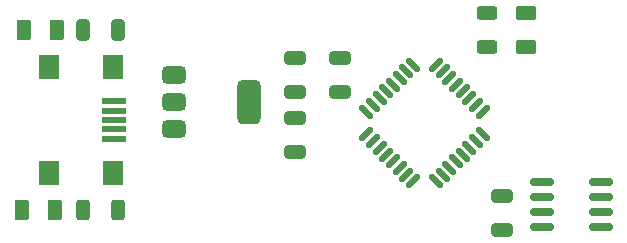
<source format=gtp>
G04 #@! TF.GenerationSoftware,KiCad,Pcbnew,8.0.3*
G04 #@! TF.CreationDate,2024-06-24T13:25:15+02:00*
G04 #@! TF.ProjectId,LimbusZero,4c696d62-7573-45a6-9572-6f2e6b696361,v.0.1*
G04 #@! TF.SameCoordinates,Original*
G04 #@! TF.FileFunction,Paste,Top*
G04 #@! TF.FilePolarity,Positive*
%FSLAX46Y46*%
G04 Gerber Fmt 4.6, Leading zero omitted, Abs format (unit mm)*
G04 Created by KiCad (PCBNEW 8.0.3) date 2024-06-24 13:25:15*
%MOMM*%
%LPD*%
G01*
G04 APERTURE LIST*
G04 Aperture macros list*
%AMRoundRect*
0 Rectangle with rounded corners*
0 $1 Rounding radius*
0 $2 $3 $4 $5 $6 $7 $8 $9 X,Y pos of 4 corners*
0 Add a 4 corners polygon primitive as box body*
4,1,4,$2,$3,$4,$5,$6,$7,$8,$9,$2,$3,0*
0 Add four circle primitives for the rounded corners*
1,1,$1+$1,$2,$3*
1,1,$1+$1,$4,$5*
1,1,$1+$1,$6,$7*
1,1,$1+$1,$8,$9*
0 Add four rect primitives between the rounded corners*
20,1,$1+$1,$2,$3,$4,$5,0*
20,1,$1+$1,$4,$5,$6,$7,0*
20,1,$1+$1,$6,$7,$8,$9,0*
20,1,$1+$1,$8,$9,$2,$3,0*%
G04 Aperture macros list end*
%ADD10RoundRect,0.250000X-0.625000X0.312500X-0.625000X-0.312500X0.625000X-0.312500X0.625000X0.312500X0*%
%ADD11RoundRect,0.250000X-0.375000X-0.625000X0.375000X-0.625000X0.375000X0.625000X-0.375000X0.625000X0*%
%ADD12RoundRect,0.250000X-0.650000X0.325000X-0.650000X-0.325000X0.650000X-0.325000X0.650000X0.325000X0*%
%ADD13R,2.000000X0.500000*%
%ADD14R,1.700000X2.000000*%
%ADD15RoundRect,0.250000X0.625000X-0.375000X0.625000X0.375000X-0.625000X0.375000X-0.625000X-0.375000X0*%
%ADD16RoundRect,0.375000X-0.625000X-0.375000X0.625000X-0.375000X0.625000X0.375000X-0.625000X0.375000X0*%
%ADD17RoundRect,0.500000X-0.500000X-1.400000X0.500000X-1.400000X0.500000X1.400000X-0.500000X1.400000X0*%
%ADD18RoundRect,0.250000X0.375000X0.625000X-0.375000X0.625000X-0.375000X-0.625000X0.375000X-0.625000X0*%
%ADD19RoundRect,0.150000X0.825000X0.150000X-0.825000X0.150000X-0.825000X-0.150000X0.825000X-0.150000X0*%
%ADD20RoundRect,0.250000X-0.325000X-0.650000X0.325000X-0.650000X0.325000X0.650000X-0.325000X0.650000X0*%
%ADD21RoundRect,0.125000X-0.530330X0.353553X0.353553X-0.530330X0.530330X-0.353553X-0.353553X0.530330X0*%
%ADD22RoundRect,0.125000X-0.530330X-0.353553X-0.353553X-0.530330X0.530330X0.353553X0.353553X0.530330X0*%
%ADD23RoundRect,0.250000X-0.312500X-0.625000X0.312500X-0.625000X0.312500X0.625000X-0.312500X0.625000X0*%
G04 APERTURE END LIST*
D10*
X121666000Y-65847500D03*
X121666000Y-68772500D03*
D11*
X82290002Y-82550000D03*
X85090000Y-82550000D03*
D12*
X105410000Y-74724999D03*
X105410000Y-77675001D03*
X105410000Y-69644999D03*
X105410000Y-72595001D03*
D13*
X90076000Y-73330000D03*
X90076000Y-74130000D03*
X90076000Y-74930000D03*
X90076000Y-75730000D03*
X90076000Y-76530000D03*
D14*
X89976000Y-70480000D03*
X84526000Y-70480000D03*
X89976000Y-79380000D03*
X84526000Y-79380000D03*
D15*
X124968000Y-68709999D03*
X124968000Y-65910001D03*
D16*
X95148000Y-71106000D03*
X95148001Y-73406000D03*
D17*
X101447999Y-73406000D03*
D16*
X95148000Y-75706000D03*
D18*
X85219999Y-67310000D03*
X82420001Y-67310000D03*
D19*
X131253000Y-83947000D03*
X131253000Y-82677000D03*
X131253000Y-81407000D03*
X131253000Y-80137000D03*
X126303000Y-80137000D03*
X126303000Y-81407000D03*
X126303000Y-82677000D03*
X126303000Y-83947000D03*
D20*
X87424999Y-67310000D03*
X90375001Y-67310000D03*
D21*
X115359728Y-70251930D03*
X114794043Y-70817616D03*
X114228357Y-71383301D03*
X113662672Y-71948986D03*
X113096986Y-72514672D03*
X112531301Y-73080357D03*
X111965616Y-73646043D03*
X111399930Y-74211728D03*
D22*
X111399930Y-76156272D03*
X111965616Y-76721957D03*
X112531301Y-77287643D03*
X113096986Y-77853328D03*
X113662672Y-78419014D03*
X114228357Y-78984699D03*
X114794043Y-79550384D03*
X115359728Y-80116070D03*
D21*
X117304272Y-80116070D03*
X117869957Y-79550384D03*
X118435643Y-78984699D03*
X119001328Y-78419014D03*
X119567014Y-77853328D03*
X120132699Y-77287643D03*
X120698384Y-76721957D03*
X121264070Y-76156272D03*
D22*
X121264070Y-74211728D03*
X120698384Y-73646043D03*
X120132699Y-73080357D03*
X119567014Y-72514672D03*
X119001328Y-71948986D03*
X118435643Y-71383301D03*
X117869957Y-70817616D03*
X117304272Y-70251930D03*
D12*
X109220000Y-69644999D03*
X109220000Y-72595001D03*
D23*
X87437500Y-82550000D03*
X90362500Y-82550000D03*
D12*
X122936000Y-81328999D03*
X122936000Y-84279001D03*
M02*

</source>
